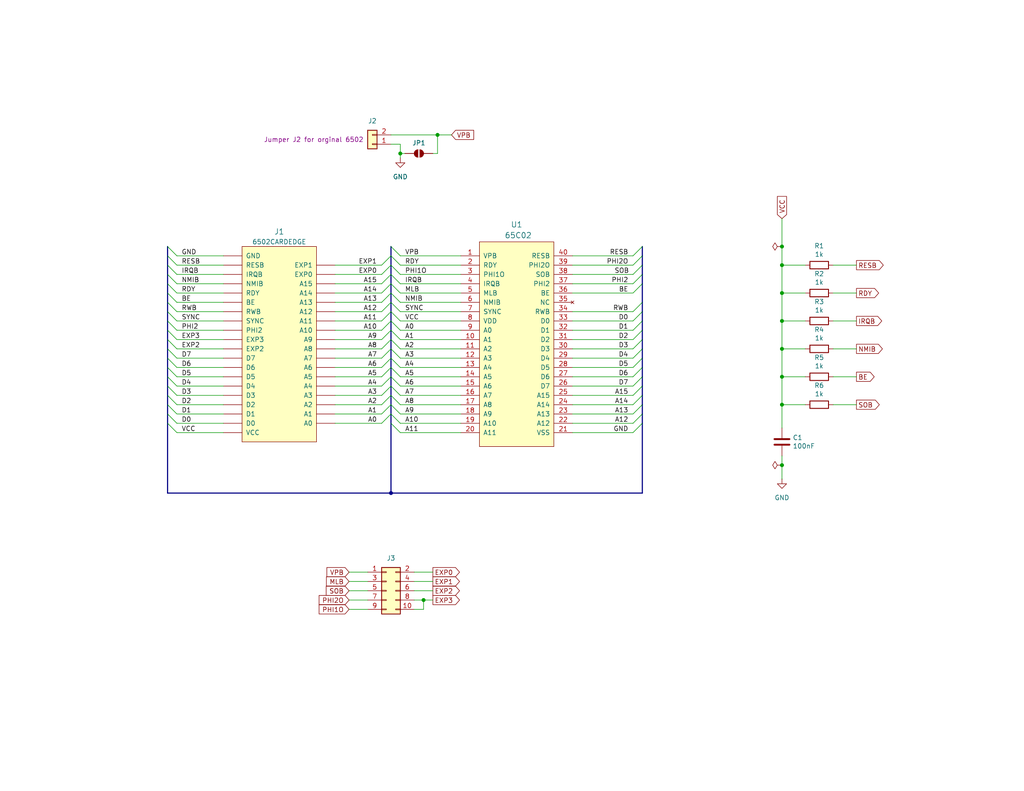
<source format=kicad_sch>
(kicad_sch (version 20231120) (generator "eeschema") (generator_version "8.0")
  (paper "USLetter")
  (title_block (title "6502 CPU Card") (date "2024-03-19") (rev "1.0") (company "A.C. Wright Design"))
  (lib_symbols
    (symbol "6502 Parts:6502CARDEDGE" (pin_names (offset 1.016))
      (property "Reference" "J" (at -1.27 28.194 0))
      (property "Value" "6502CARDEDGE" (at 0 26.67 0))
      (symbol "6502CARDEDGE_1_0"
        (rectangle (start -10.16 25.4) (end 10.16 -27.94) (fill (type background)))
        (pin bidirectional line (at 15.24 -22.86 180) (length 5.08) (name "A0") (number "A0"))
        (pin bidirectional line (at 15.24 -20.32 180) (length 5.08) (name "A1") (number "A1"))
        (pin bidirectional line (at 15.24 2.54 180) (length 5.08) (name "A10") (number "A10"))
        (pin bidirectional line (at 15.24 5.08 180) (length 5.08) (name "A11") (number "A11"))
        (pin bidirectional line (at 15.24 7.62 180) (length 5.08) (name "A12") (number "A12"))
        (pin bidirectional line (at 15.24 10.16 180) (length 5.08) (name "A13") (number "A13"))
        (pin bidirectional line (at 15.24 12.7 180) (length 5.08) (name "A14") (number "A14"))
        (pin bidirectional line (at 15.24 15.24 180) (length 5.08) (name "A15") (number "A15"))
        (pin bidirectional line (at 15.24 -17.78 180) (length 5.08) (name "A2") (number "A2"))
        (pin bidirectional line (at 15.24 -15.24 180) (length 5.08) (name "A3") (number "A3"))
        (pin bidirectional line (at 15.24 -12.7 180) (length 5.08) (name "A4") (number "A4"))
        (pin bidirectional line (at 15.24 -10.16 180) (length 5.08) (name "A5") (number "A5"))
        (pin bidirectional line (at 15.24 -7.62 180) (length 5.08) (name "A6") (number "A6"))
        (pin bidirectional line (at 15.24 -5.08 180) (length 5.08) (name "A7") (number "A7"))
        (pin bidirectional line (at 15.24 -2.54 180) (length 5.08) (name "A8") (number "A8"))
        (pin bidirectional line (at 15.24 0 180) (length 5.08) (name "A9") (number "A9"))
        (pin bidirectional line (at -15.24 10.16 0) (length 5.08) (name "BE") (number "BE"))
        (pin bidirectional line (at -15.24 -22.86 0) (length 5.08) (name "D0") (number "D0"))
        (pin bidirectional line (at -15.24 -20.32 0) (length 5.08) (name "D1") (number "D1"))
        (pin bidirectional line (at -15.24 -17.78 0) (length 5.08) (name "D2") (number "D2"))
        (pin bidirectional line (at -15.24 -15.24 0) (length 5.08) (name "D3") (number "D3"))
        (pin bidirectional line (at -15.24 -12.7 0) (length 5.08) (name "D4") (number "D4"))
        (pin bidirectional line (at -15.24 -10.16 0) (length 5.08) (name "D5") (number "D5"))
        (pin bidirectional line (at -15.24 -7.62 0) (length 5.08) (name "D6") (number "D6"))
        (pin bidirectional line (at -15.24 -5.08 0) (length 5.08) (name "D7") (number "D7"))
        (pin bidirectional line (at 15.24 17.78 180) (length 5.08) (name "EXP0") (number "EXP0"))
        (pin bidirectional line (at 15.24 20.32 180) (length 5.08) (name "EXP1") (number "EXP1"))
        (pin bidirectional line (at -15.24 -2.54 0) (length 5.08) (name "EXP2") (number "EXP2"))
        (pin bidirectional line (at -15.24 0 0) (length 5.08) (name "EXP3") (number "EXP3"))
        (pin power_in line (at -15.24 22.86 0) (length 5.08) (name "GND") (number "GND"))
        (pin power_in line (at -15.24 22.86 0) (length 5.08) hide (name "GND") (number "GND"))
        (pin bidirectional line (at -15.24 17.78 0) (length 5.08) (name "IRQB") (number "IRQB"))
        (pin bidirectional line (at -15.24 15.24 0) (length 5.08) (name "NMIB") (number "NMIB"))
        (pin bidirectional line (at -15.24 2.54 0) (length 5.08) (name "PHI2") (number "PHI2"))
        (pin bidirectional line (at -15.24 12.7 0) (length 5.08) (name "RDY") (number "RDY"))
        (pin bidirectional line (at -15.24 20.32 0) (length 5.08) (name "RESB") (number "RESB"))
        (pin bidirectional line (at -15.24 7.62 0) (length 5.08) (name "RWB") (number "RWB"))
        (pin bidirectional line (at -15.24 5.08 0) (length 5.08) (name "SYNC") (number "SYNC"))
        (pin power_in line (at -15.24 -25.4 0) (length 5.08) (name "VCC") (number "VCC"))
        (pin power_in line (at -15.24 -25.4 0) (length 5.08) hide (name "VCC") (number "VCC"))
      )
    )
    (symbol "6502 Parts:65C02" (pin_names (offset 1.016))
      (property "Reference" "U" (at 26.67 7.62 0))
      (property "Value" "65C02" (at 26.67 5.08 0))
      (symbol "65C02_0_1"
        (rectangle (start 5.08 3.81) (end 25.4 -52.07) (fill (type background)))
      )
      (symbol "65C02_1_0"
        (pin bidirectional line (at 0 0 0) (length 5.08) (name "VPB") (number "1"))
        (pin output line (at 0 -22.86 0) (length 5.08) (name "A1") (number "10"))
        (pin output line (at 0 -25.4 0) (length 5.08) (name "A2") (number "11"))
        (pin output line (at 0 -27.94 0) (length 5.08) (name "A3") (number "12"))
        (pin output line (at 0 -30.48 0) (length 5.08) (name "A4") (number "13"))
        (pin output line (at 0 -33.02 0) (length 5.08) (name "A5") (number "14"))
        (pin output line (at 0 -35.56 0) (length 5.08) (name "A6") (number "15"))
        (pin output line (at 0 -38.1 0) (length 5.08) (name "A7") (number "16"))
        (pin output line (at 0 -40.64 0) (length 5.08) (name "A8") (number "17"))
        (pin output line (at 0 -43.18 0) (length 5.08) (name "A9") (number "18"))
        (pin output line (at 0 -45.72 0) (length 5.08) (name "A10") (number "19"))
        (pin bidirectional line (at 0 -2.54 0) (length 5.08) (name "RDY") (number "2"))
        (pin output line (at 0 -48.26 0) (length 5.08) (name "A11") (number "20"))
        (pin power_in line (at 30.48 -48.26 180) (length 5.08) (name "VSS") (number "21"))
        (pin output line (at 30.48 -45.72 180) (length 5.08) (name "A12") (number "22"))
        (pin output line (at 30.48 -43.18 180) (length 5.08) (name "A13") (number "23"))
        (pin output line (at 30.48 -40.64 180) (length 5.08) (name "A14") (number "24"))
        (pin output line (at 30.48 -38.1 180) (length 5.08) (name "A15") (number "25"))
        (pin output line (at 30.48 -35.56 180) (length 5.08) (name "D7") (number "26"))
        (pin output line (at 30.48 -33.02 180) (length 5.08) (name "D6") (number "27"))
        (pin output line (at 30.48 -30.48 180) (length 5.08) (name "D5") (number "28"))
        (pin output line (at 30.48 -27.94 180) (length 5.08) (name "D4") (number "29"))
        (pin bidirectional line (at 0 -5.08 0) (length 5.08) (name "PHI1O") (number "3"))
        (pin output line (at 30.48 -25.4 180) (length 5.08) (name "D3") (number "30"))
        (pin output line (at 30.48 -22.86 180) (length 5.08) (name "D2") (number "31"))
        (pin output line (at 30.48 -20.32 180) (length 5.08) (name "D1") (number "32"))
        (pin output line (at 30.48 -17.78 180) (length 5.08) (name "D0") (number "33"))
        (pin output line (at 30.48 -15.24 180) (length 5.08) (name "RWB") (number "34"))
        (pin no_connect line (at 30.48 -12.7 180) (length 5.08) (name "NC") (number "35"))
        (pin bidirectional line (at 30.48 -10.16 180) (length 5.08) (name "BE") (number "36"))
        (pin bidirectional line (at 30.48 -7.62 180) (length 5.08) (name "PHI2") (number "37"))
        (pin bidirectional line (at 30.48 -5.08 180) (length 5.08) (name "SOB") (number "38"))
        (pin bidirectional line (at 30.48 -2.54 180) (length 5.08) (name "PHI2O") (number "39"))
        (pin input line (at 0 -7.62 0) (length 5.08) (name "IRQB") (number "4"))
        (pin input line (at 30.48 0 180) (length 5.08) (name "RESB") (number "40"))
        (pin bidirectional line (at 0 -10.16 0) (length 5.08) (name "MLB") (number "5"))
        (pin input line (at 0 -12.7 0) (length 5.08) (name "NMIB") (number "6"))
        (pin output line (at 0 -15.24 0) (length 5.08) (name "SYNC") (number "7"))
        (pin power_in line (at 0 -17.78 0) (length 5.08) (name "VDD") (number "8"))
        (pin output line (at 0 -20.32 0) (length 5.08) (name "A0") (number "9"))
      )
    )
    (symbol "Connector_Generic:Conn_01x02" (pin_names (offset 1.016) hide)
      (property "Reference" "J" (at 0 2.54 0))
      (property "Value" "Conn_01x02" (at 0 -5.08 0))
      (symbol "Conn_01x02_1_1"
        (rectangle (start -1.27 -2.413) (end 0 -2.667) (stroke (width 0.1524)))
        (rectangle (start -1.27 0.127) (end 0 -0.127) (stroke (width 0.1524)))
        (rectangle (start -1.27 1.27) (end 1.27 -3.81) (stroke (width 0.254)) (fill (type background)))
        (pin passive line (at -5.08 0 0) (length 3.81) (name "Pin_1") (number "1"))
        (pin passive line (at -5.08 -2.54 0) (length 3.81) (name "Pin_2") (number "2"))
      )
    )
    (symbol "Connector_Generic:Conn_02x05_Odd_Even" (pin_names (offset 1.016) hide)
      (property "Reference" "J" (at 1.27 7.62 0))
      (property "Value" "Conn_02x05_Odd_Even" (at 1.27 -7.62 0))
      (symbol "Conn_02x05_Odd_Even_1_1"
        (rectangle (start -1.27 -4.953) (end 0 -5.207) (stroke (width 0.1524)))
        (rectangle (start -1.27 -2.413) (end 0 -2.667) (stroke (width 0.1524)))
        (rectangle (start -1.27 0.127) (end 0 -0.127) (stroke (width 0.1524)))
        (rectangle (start -1.27 2.667) (end 0 2.413) (stroke (width 0.1524)))
        (rectangle (start -1.27 5.207) (end 0 4.953) (stroke (width 0.1524)))
        (rectangle (start -1.27 6.35) (end 3.81 -6.35) (stroke (width 0.254)) (fill (type background)))
        (rectangle (start 3.81 -4.953) (end 2.54 -5.207) (stroke (width 0.1524)))
        (rectangle (start 3.81 -2.413) (end 2.54 -2.667) (stroke (width 0.1524)))
        (rectangle (start 3.81 0.127) (end 2.54 -0.127) (stroke (width 0.1524)))
        (rectangle (start 3.81 2.667) (end 2.54 2.413) (stroke (width 0.1524)))
        (rectangle (start 3.81 5.207) (end 2.54 4.953) (stroke (width 0.1524)))
        (pin passive line (at -5.08 5.08 0) (length 3.81) (name "Pin_1") (number "1"))
        (pin passive line (at 7.62 -5.08 180) (length 3.81) (name "Pin_10") (number "10"))
        (pin passive line (at 7.62 5.08 180) (length 3.81) (name "Pin_2") (number "2"))
        (pin passive line (at -5.08 2.54 0) (length 3.81) (name "Pin_3") (number "3"))
        (pin passive line (at 7.62 2.54 180) (length 3.81) (name "Pin_4") (number "4"))
        (pin passive line (at -5.08 0 0) (length 3.81) (name "Pin_5") (number "5"))
        (pin passive line (at 7.62 0 180) (length 3.81) (name "Pin_6") (number "6"))
        (pin passive line (at -5.08 -2.54 0) (length 3.81) (name "Pin_7") (number "7"))
        (pin passive line (at 7.62 -2.54 180) (length 3.81) (name "Pin_8") (number "8"))
        (pin passive line (at -5.08 -5.08 0) (length 3.81) (name "Pin_9") (number "9"))
      )
    )
    (symbol "Device:C" (pin_numbers hide) (pin_names (offset 0.254))
      (property "Reference" "C" (at 0.635 2.54 0))
      (property "Value" "C" (at 0.635 -2.54 0))
      (symbol "C_0_1"
        (polyline (pts (xy -2.032 -0.762) (xy 2.032 -0.762)) (stroke (width 0.508)))
        (polyline (pts (xy -2.032 0.762) (xy 2.032 0.762)) (stroke (width 0.508)))
      )
      (symbol "C_1_1"
        (pin passive line (at 0 3.81 270) (length 2.794) (name "~") (number "1"))
        (pin passive line (at 0 -3.81 90) (length 2.794) (name "~") (number "2"))
      )
    )
    (symbol "Device:R" (pin_numbers hide) (pin_names (offset 0))
      (property "Reference" "R" (at 2.032 0 90))
      (property "Value" "R" (at 0 0 90))
      (symbol "R_0_1"
        (rectangle (start -1.016 -2.54) (end 1.016 2.54) (stroke (width 0.254)))
      )
      (symbol "R_1_1"
        (pin passive line (at 0 3.81 270) (length 1.27) (name "~") (number "1"))
        (pin passive line (at 0 -3.81 90) (length 1.27) (name "~") (number "2"))
      )
    )
    (symbol "Jumper:SolderJumper_2_Open" (pin_numbers hide) (pin_names (offset 0) hide) (exclude_from_sim yes) (in_bom no)
      (property "Reference" "JP" (at 0 2.032 0))
      (property "Value" "SolderJumper_2_Open" (at 0 -2.54 0))
      (symbol "SolderJumper_2_Open_0_1"
        (arc (start -0.254 1.016) (mid -1.2656 0) (end -0.254 -1.016))
        (arc (start -0.254 1.016) (mid -1.2656 0) (end -0.254 -1.016) (fill (type outline)))
        (polyline (pts (xy -0.254 1.016) (xy -0.254 -1.016)))
        (polyline (pts (xy 0.254 1.016) (xy 0.254 -1.016)))
        (arc (start 0.254 -1.016) (mid 1.2656 0) (end 0.254 1.016))
        (arc (start 0.254 -1.016) (mid 1.2656 0) (end 0.254 1.016) (fill (type outline)))
      )
      (symbol "SolderJumper_2_Open_1_1"
        (pin passive line (at -3.81 0 0) (length 2.54) (name "A") (number "1"))
        (pin passive line (at 3.81 0 180) (length 2.54) (name "B") (number "2"))
      )
    )
    (symbol "power:GND" (power) (pin_numbers hide) (pin_names (offset 0) hide)
      (property "Value" "GND" (at 0 -3.81 0))
      (symbol "GND_0_1"
        (polyline (pts (xy 0 0) (xy 0 -1.27) (xy 1.27 -1.27) (xy 0 -2.54) (xy -1.27 -1.27) (xy 0 -1.27)))
      )
      (symbol "GND_1_1"
        (pin power_in line (at 0 0 270) (length 0) (name "~") (number "1"))
      )
    )
    (symbol "power:PWR_FLAG" (power) (pin_numbers hide) (pin_names (offset 0) hide)
      (property "Value" "PWR_FLAG" (at 0 3.81 0))
      (symbol "PWR_FLAG_0_0"
        (pin power_out line (at 0 0 90) (length 0) (name "~") (number "1"))
      )
      (symbol "PWR_FLAG_0_1"
        (polyline (pts (xy 0 0) (xy 0 1.27) (xy -1.016 1.905) (xy 0 2.54) (xy 1.016 1.905) (xy 0 1.27)))
      )
    )
  )
  (junction (at 213.36 87.63))
  (junction (at 213.36 67.31))
  (junction (at 213.36 110.49))
  (junction (at 115.57 163.83))
  (junction (at 119.38 36.83))
  (junction (at 213.36 127))
  (junction (at 213.36 72.39))
  (junction (at 213.36 102.87))
  (junction (at 109.22 41.91))
  (junction (at 213.36 95.25))
  (junction (at 213.36 80.01))
  (junction (at 106.68 134.62))
  (bus_entry (at 106.68 115.57) (size 2.54 2.54))
  (bus_entry (at 106.68 100.33) (size 2.54 2.54))
  (bus_entry (at 45.72 82.55) (size 2.54 2.54))
  (bus_entry (at 106.68 85.09) (size -2.54 2.54))
  (bus_entry (at 175.26 72.39) (size -2.54 2.54))
  (bus_entry (at 175.26 90.17) (size -2.54 2.54))
  (bus_entry (at 45.72 69.85) (size 2.54 2.54))
  (bus_entry (at 106.68 110.49) (size 2.54 2.54))
  (bus_entry (at 175.26 95.25) (size -2.54 2.54))
  (bus_entry (at 106.68 85.09) (size 2.54 2.54))
  (bus_entry (at 106.68 90.17) (size 2.54 2.54))
  (bus_entry (at 106.68 82.55) (size -2.54 2.54))
  (bus_entry (at 106.68 69.85) (size 2.54 2.54))
  (bus_entry (at 45.72 67.31) (size 2.54 2.54))
  (bus_entry (at 45.72 113.03) (size 2.54 2.54))
  (bus_entry (at 175.26 82.55) (size -2.54 2.54))
  (bus_entry (at 175.26 85.09) (size -2.54 2.54))
  (bus_entry (at 106.68 92.71) (size 2.54 2.54))
  (bus_entry (at 106.68 107.95) (size -2.54 2.54))
  (bus_entry (at 45.72 92.71) (size 2.54 2.54))
  (bus_entry (at 175.26 74.93) (size -2.54 2.54))
  (bus_entry (at 175.26 100.33) (size -2.54 2.54))
  (bus_entry (at 106.68 69.85) (size -2.54 2.54))
  (bus_entry (at 175.26 97.79) (size -2.54 2.54))
  (bus_entry (at 45.72 87.63) (size 2.54 2.54))
  (bus_entry (at 45.72 72.39) (size 2.54 2.54))
  (bus_entry (at 45.72 105.41) (size 2.54 2.54))
  (bus_entry (at 106.68 87.63) (size -2.54 2.54))
  (bus_entry (at 45.72 107.95) (size 2.54 2.54))
  (bus_entry (at 106.68 80.01) (size -2.54 2.54))
  (bus_entry (at 106.68 107.95) (size 2.54 2.54))
  (bus_entry (at 106.68 95.25) (size 2.54 2.54))
  (bus_entry (at 175.26 102.87) (size -2.54 2.54))
  (bus_entry (at 106.68 82.55) (size 2.54 2.54))
  (bus_entry (at 175.26 69.85) (size -2.54 2.54))
  (bus_entry (at 45.72 97.79) (size 2.54 2.54))
  (bus_entry (at 45.72 77.47) (size 2.54 2.54))
  (bus_entry (at 175.26 67.31) (size -2.54 2.54))
  (bus_entry (at 175.26 87.63) (size -2.54 2.54))
  (bus_entry (at 45.72 90.17) (size 2.54 2.54))
  (bus_entry (at 106.68 67.31) (size 2.54 2.54))
  (bus_entry (at 106.68 102.87) (size -2.54 2.54))
  (bus_entry (at 106.68 72.39) (size 2.54 2.54))
  (bus_entry (at 106.68 74.93) (size -2.54 2.54))
  (bus_entry (at 175.26 107.95) (size -2.54 2.54))
  (bus_entry (at 175.26 92.71) (size -2.54 2.54))
  (bus_entry (at 106.68 90.17) (size -2.54 2.54))
  (bus_entry (at 45.72 95.25) (size 2.54 2.54))
  (bus_entry (at 175.26 115.57) (size -2.54 2.54))
  (bus_entry (at 45.72 110.49) (size 2.54 2.54))
  (bus_entry (at 106.68 72.39) (size -2.54 2.54))
  (bus_entry (at 175.26 77.47) (size -2.54 2.54))
  (bus_entry (at 45.72 102.87) (size 2.54 2.54))
  (bus_entry (at 106.68 105.41) (size 2.54 2.54))
  (bus_entry (at 106.68 74.93) (size 2.54 2.54))
  (bus_entry (at 175.26 110.49) (size -2.54 2.54))
  (bus_entry (at 175.26 105.41) (size -2.54 2.54))
  (bus_entry (at 106.68 105.41) (size -2.54 2.54))
  (bus_entry (at 106.68 100.33) (size -2.54 2.54))
  (bus_entry (at 106.68 80.01) (size 2.54 2.54))
  (bus_entry (at 175.26 113.03) (size -2.54 2.54))
  (bus_entry (at 106.68 92.71) (size -2.54 2.54))
  (bus_entry (at 45.72 85.09) (size 2.54 2.54))
  (bus_entry (at 45.72 80.01) (size 2.54 2.54))
  (bus_entry (at 106.68 113.03) (size 2.54 2.54))
  (bus_entry (at 106.68 113.03) (size -2.54 2.54))
  (bus_entry (at 106.68 97.79) (size -2.54 2.54))
  (bus_entry (at 106.68 87.63) (size 2.54 2.54))
  (bus_entry (at 106.68 102.87) (size 2.54 2.54))
  (bus_entry (at 106.68 97.79) (size 2.54 2.54))
  (bus_entry (at 106.68 77.47) (size -2.54 2.54))
  (bus_entry (at 45.72 74.93) (size 2.54 2.54))
  (bus_entry (at 45.72 100.33) (size 2.54 2.54))
  (bus_entry (at 45.72 115.57) (size 2.54 2.54))
  (bus_entry (at 106.68 95.25) (size -2.54 2.54))
  (bus_entry (at 106.68 110.49) (size -2.54 2.54))
  (bus_entry (at 106.68 77.47) (size 2.54 2.54))
  (bus (pts (xy 45.72 87.63) (xy 45.72 90.17)))
  (wire (pts (xy 109.22 80.01) (xy 125.73 80.01)))
  (wire (pts (xy 156.21 95.25) (xy 172.72 95.25)))
  (bus (pts (xy 45.72 92.71) (xy 45.72 95.25)))
  (bus (pts (xy 45.72 74.93) (xy 45.72 77.47)))
  (bus (pts (xy 106.68 87.63) (xy 106.68 90.17)))
  (wire (pts (xy 115.57 163.83) (xy 118.11 163.83)))
  (bus (pts (xy 45.72 110.49) (xy 45.72 113.03)))
  (wire (pts (xy 48.26 107.95) (xy 60.96 107.95)))
  (bus (pts (xy 45.72 90.17) (xy 45.72 92.71)))
  (wire (pts (xy 48.26 77.47) (xy 60.96 77.47)))
  (wire (pts (xy 91.44 72.39) (xy 104.14 72.39)))
  (bus (pts (xy 106.68 105.41) (xy 106.68 107.95)))
  (wire (pts (xy 48.26 102.87) (xy 60.96 102.87)))
  (wire (pts (xy 91.44 85.09) (xy 104.14 85.09)))
  (bus (pts (xy 45.72 107.95) (xy 45.72 110.49)))
  (bus (pts (xy 106.68 72.39) (xy 106.68 74.93)))
  (wire (pts (xy 109.22 74.93) (xy 125.73 74.93)))
  (bus (pts (xy 175.26 97.79) (xy 175.26 100.33)))
  (wire (pts (xy 109.22 69.85) (xy 125.73 69.85)))
  (wire (pts (xy 156.21 113.03) (xy 172.72 113.03)))
  (bus (pts (xy 106.68 95.25) (xy 106.68 97.79)))
  (bus (pts (xy 45.72 105.41) (xy 45.72 107.95)))
  (wire (pts (xy 213.36 59.69) (xy 213.36 67.31)))
  (wire (pts (xy 125.73 90.17) (xy 109.22 90.17)))
  (bus (pts (xy 175.26 77.47) (xy 175.26 82.55)))
  (bus (pts (xy 175.26 102.87) (xy 175.26 105.41)))
  (bus (pts (xy 175.26 115.57) (xy 175.26 134.62)))
  (wire (pts (xy 91.44 115.57) (xy 104.14 115.57)))
  (wire (pts (xy 213.36 67.31) (xy 213.36 72.39)))
  (wire (pts (xy 156.21 100.33) (xy 172.72 100.33)))
  (wire (pts (xy 104.14 102.87) (xy 91.44 102.87)))
  (wire (pts (xy 48.26 95.25) (xy 60.96 95.25)))
  (wire (pts (xy 91.44 95.25) (xy 104.14 95.25)))
  (wire (pts (xy 213.36 72.39) (xy 213.36 80.01)))
  (wire (pts (xy 104.14 92.71) (xy 91.44 92.71)))
  (wire (pts (xy 156.21 92.71) (xy 172.72 92.71)))
  (wire (pts (xy 104.14 113.03) (xy 91.44 113.03)))
  (bus (pts (xy 45.72 102.87) (xy 45.72 105.41)))
  (wire (pts (xy 125.73 100.33) (xy 109.22 100.33)))
  (bus (pts (xy 45.72 85.09) (xy 45.72 87.63)))
  (wire (pts (xy 213.36 87.63) (xy 213.36 95.25)))
  (wire (pts (xy 156.21 69.85) (xy 172.72 69.85)))
  (bus (pts (xy 106.68 102.87) (xy 106.68 105.41)))
  (bus (pts (xy 45.72 69.85) (xy 45.72 72.39)))
  (wire (pts (xy 109.22 85.09) (xy 125.73 85.09)))
  (bus (pts (xy 106.68 67.31) (xy 106.68 69.85)))
  (wire (pts (xy 48.26 72.39) (xy 60.96 72.39)))
  (wire (pts (xy 95.25 158.75) (xy 100.33 158.75)))
  (wire (pts (xy 109.22 92.71) (xy 125.73 92.71)))
  (wire (pts (xy 213.36 80.01) (xy 219.71 80.01)))
  (wire (pts (xy 213.36 110.49) (xy 219.71 110.49)))
  (wire (pts (xy 48.26 82.55) (xy 60.96 82.55)))
  (bus (pts (xy 175.26 105.41) (xy 175.26 107.95)))
  (bus (pts (xy 45.72 67.31) (xy 45.72 69.85)))
  (wire (pts (xy 156.21 87.63) (xy 172.72 87.63)))
  (bus (pts (xy 175.26 82.55) (xy 175.26 85.09)))
  (bus (pts (xy 106.68 113.03) (xy 106.68 115.57)))
  (wire (pts (xy 91.44 77.47) (xy 104.14 77.47)))
  (wire (pts (xy 113.03 156.21) (xy 118.11 156.21)))
  (bus (pts (xy 45.72 100.33) (xy 45.72 102.87)))
  (wire (pts (xy 91.44 74.93) (xy 104.14 74.93)))
  (bus (pts (xy 45.72 95.25) (xy 45.72 97.79)))
  (bus (pts (xy 106.68 92.71) (xy 106.68 95.25)))
  (wire (pts (xy 110.49 41.91) (xy 109.22 41.91)))
  (bus (pts (xy 106.68 80.01) (xy 106.68 82.55)))
  (wire (pts (xy 213.36 124.46) (xy 213.36 127)))
  (wire (pts (xy 60.96 69.85) (xy 48.26 69.85)))
  (wire (pts (xy 213.36 110.49) (xy 213.36 116.84)))
  (bus (pts (xy 106.68 110.49) (xy 106.68 113.03)))
  (wire (pts (xy 95.25 161.29) (xy 100.33 161.29)))
  (bus (pts (xy 106.68 100.33) (xy 106.68 102.87)))
  (wire (pts (xy 115.57 166.37) (xy 115.57 163.83)))
  (wire (pts (xy 213.36 102.87) (xy 213.36 110.49)))
  (wire (pts (xy 213.36 102.87) (xy 219.71 102.87)))
  (wire (pts (xy 156.21 72.39) (xy 172.72 72.39)))
  (wire (pts (xy 156.21 74.93) (xy 172.72 74.93)))
  (wire (pts (xy 104.14 107.95) (xy 91.44 107.95)))
  (wire (pts (xy 104.14 97.79) (xy 91.44 97.79)))
  (wire (pts (xy 119.38 36.83) (xy 123.19 36.83)))
  (wire (pts (xy 227.33 80.01) (xy 233.68 80.01)))
  (wire (pts (xy 227.33 95.25) (xy 233.68 95.25)))
  (bus (pts (xy 106.68 77.47) (xy 106.68 80.01)))
  (bus (pts (xy 106.68 69.85) (xy 106.68 72.39)))
  (wire (pts (xy 48.26 118.11) (xy 60.96 118.11)))
  (wire (pts (xy 60.96 90.17) (xy 48.26 90.17)))
  (wire (pts (xy 156.21 77.47) (xy 172.72 77.47)))
  (bus (pts (xy 106.68 107.95) (xy 106.68 110.49)))
  (wire (pts (xy 48.26 92.71) (xy 60.96 92.71)))
  (bus (pts (xy 175.26 107.95) (xy 175.26 110.49)))
  (wire (pts (xy 125.73 95.25) (xy 109.22 95.25)))
  (wire (pts (xy 156.21 115.57) (xy 172.72 115.57)))
  (wire (pts (xy 95.25 166.37) (xy 100.33 166.37)))
  (wire (pts (xy 213.36 80.01) (xy 213.36 87.63)))
  (wire (pts (xy 109.22 102.87) (xy 125.73 102.87)))
  (wire (pts (xy 48.26 115.57) (xy 60.96 115.57)))
  (wire (pts (xy 213.36 127) (xy 213.36 130.81)))
  (wire (pts (xy 213.36 95.25) (xy 219.71 95.25)))
  (bus (pts (xy 175.26 72.39) (xy 175.26 74.93)))
  (bus (pts (xy 175.26 113.03) (xy 175.26 115.57)))
  (bus (pts (xy 45.72 97.79) (xy 45.72 100.33)))
  (bus (pts (xy 175.26 90.17) (xy 175.26 92.71)))
  (bus (pts (xy 106.68 134.62) (xy 175.26 134.62)))
  (wire (pts (xy 60.96 100.33) (xy 48.26 100.33)))
  (wire (pts (xy 109.22 41.91) (xy 109.22 43.18)))
  (bus (pts (xy 106.68 115.57) (xy 106.68 134.62)))
  (wire (pts (xy 91.44 82.55) (xy 104.14 82.55)))
  (wire (pts (xy 125.73 110.49) (xy 109.22 110.49)))
  (wire (pts (xy 213.36 87.63) (xy 219.71 87.63)))
  (wire (pts (xy 109.22 118.11) (xy 125.73 118.11)))
  (wire (pts (xy 104.14 80.01) (xy 91.44 80.01)))
  (wire (pts (xy 48.26 97.79) (xy 60.96 97.79)))
  (bus (pts (xy 175.26 74.93) (xy 175.26 77.47)))
  (bus (pts (xy 175.26 87.63) (xy 175.26 90.17)))
  (bus (pts (xy 175.26 67.31) (xy 175.26 69.85)))
  (wire (pts (xy 125.73 72.39) (xy 109.22 72.39)))
  (bus (pts (xy 106.68 134.62) (xy 45.72 134.62)))
  (wire (pts (xy 113.03 163.83) (xy 115.57 163.83)))
  (wire (pts (xy 91.44 100.33) (xy 104.14 100.33)))
  (bus (pts (xy 175.26 95.25) (xy 175.26 97.79)))
  (wire (pts (xy 48.26 87.63) (xy 60.96 87.63)))
  (wire (pts (xy 156.21 107.95) (xy 172.72 107.95)))
  (wire (pts (xy 119.38 41.91) (xy 118.11 41.91)))
  (wire (pts (xy 156.21 85.09) (xy 172.72 85.09)))
  (bus (pts (xy 45.72 115.57) (xy 45.72 134.62)))
  (wire (pts (xy 113.03 166.37) (xy 115.57 166.37)))
  (wire (pts (xy 109.22 113.03) (xy 125.73 113.03)))
  (wire (pts (xy 60.96 85.09) (xy 48.26 85.09)))
  (wire (pts (xy 109.22 87.63) (xy 125.73 87.63)))
  (wire (pts (xy 95.25 163.83) (xy 100.33 163.83)))
  (wire (pts (xy 156.21 97.79) (xy 172.72 97.79)))
  (bus (pts (xy 175.26 85.09) (xy 175.26 87.63)))
  (wire (pts (xy 60.96 105.41) (xy 48.26 105.41)))
  (wire (pts (xy 213.36 95.25) (xy 213.36 102.87)))
  (wire (pts (xy 213.36 72.39) (xy 219.71 72.39)))
  (bus (pts (xy 45.72 82.55) (xy 45.72 85.09)))
  (wire (pts (xy 227.33 110.49) (xy 233.68 110.49)))
  (wire (pts (xy 109.22 77.47) (xy 125.73 77.47)))
  (wire (pts (xy 106.68 39.37) (xy 109.22 39.37)))
  (wire (pts (xy 60.96 74.93) (xy 48.26 74.93)))
  (wire (pts (xy 109.22 82.55) (xy 125.73 82.55)))
  (bus (pts (xy 45.72 113.03) (xy 45.72 115.57)))
  (bus (pts (xy 106.68 82.55) (xy 106.68 85.09)))
  (wire (pts (xy 156.21 110.49) (xy 172.72 110.49)))
  (wire (pts (xy 227.33 72.39) (xy 233.68 72.39)))
  (wire (pts (xy 106.68 36.83) (xy 119.38 36.83)))
  (wire (pts (xy 91.44 105.41) (xy 104.14 105.41)))
  (bus (pts (xy 45.72 77.47) (xy 45.72 80.01)))
  (bus (pts (xy 106.68 85.09) (xy 106.68 87.63)))
  (wire (pts (xy 227.33 87.63) (xy 233.68 87.63)))
  (wire (pts (xy 109.22 97.79) (xy 125.73 97.79)))
  (wire (pts (xy 156.21 105.41) (xy 172.72 105.41)))
  (wire (pts (xy 109.22 107.95) (xy 125.73 107.95)))
  (bus (pts (xy 175.26 110.49) (xy 175.26 113.03)))
  (bus (pts (xy 106.68 97.79) (xy 106.68 100.33)))
  (wire (pts (xy 156.21 80.01) (xy 172.72 80.01)))
  (wire (pts (xy 156.21 118.11) (xy 172.72 118.11)))
  (wire (pts (xy 60.96 110.49) (xy 48.26 110.49)))
  (wire (pts (xy 125.73 105.41) (xy 109.22 105.41)))
  (wire (pts (xy 104.14 87.63) (xy 91.44 87.63)))
  (wire (pts (xy 156.21 90.17) (xy 172.72 90.17)))
  (bus (pts (xy 106.68 74.93) (xy 106.68 77.47)))
  (wire (pts (xy 60.96 80.01) (xy 48.26 80.01)))
  (wire (pts (xy 119.38 41.91) (xy 119.38 36.83)))
  (bus (pts (xy 106.68 90.17) (xy 106.68 92.71)))
  (bus (pts (xy 175.26 100.33) (xy 175.26 102.87)))
  (wire (pts (xy 95.25 156.21) (xy 100.33 156.21)))
  (wire (pts (xy 113.03 161.29) (xy 118.11 161.29)))
  (bus (pts (xy 45.72 72.39) (xy 45.72 74.93)))
  (bus (pts (xy 45.72 80.01) (xy 45.72 82.55)))
  (wire (pts (xy 156.21 102.87) (xy 172.72 102.87)))
  (wire (pts (xy 109.22 39.37) (xy 109.22 41.91)))
  (wire (pts (xy 227.33 102.87) (xy 233.68 102.87)))
  (wire (pts (xy 125.73 115.57) (xy 109.22 115.57)))
  (wire (pts (xy 91.44 90.17) (xy 104.14 90.17)))
  (wire (pts (xy 91.44 110.49) (xy 104.14 110.49)))
  (bus (pts (xy 175.26 92.71) (xy 175.26 95.25)))
  (wire (pts (xy 113.03 158.75) (xy 118.11 158.75)))
  (wire (pts (xy 48.26 113.03) (xy 60.96 113.03)))
  (bus (pts (xy 175.26 69.85) (xy 175.26 72.39)))
  (label "NMIB" (at 110.49 82.55 0))
  (label "PHI2" (at 49.53 90.17 0))
  (label "A9" (at 102.87 92.71 180))
  (label "RESB" (at 171.45 69.85 180))
  (label "D5" (at 171.45 100.33 180))
  (label "D3" (at 49.53 107.95 0))
  (label "SYNC" (at 49.53 87.63 0))
  (label "PHI2" (at 171.45 77.47 180))
  (label "IRQB" (at 110.49 77.47 0))
  (label "A3" (at 102.87 107.95 180))
  (label "D1" (at 171.45 90.17 180))
  (label "EXP1" (at 102.87 72.39 180))
  (label "A6" (at 102.87 100.33 180))
  (label "IRQB" (at 49.53 74.93 0))
  (label "SOB" (at 167.64 74.93 0))
  (label "A15" (at 171.45 107.95 180))
  (label "A3" (at 110.49 97.79 0))
  (label "A6" (at 110.49 105.41 0))
  (label "PHI2O" (at 171.45 72.39 180))
  (label "A7" (at 110.49 107.95 0))
  (label "RWB" (at 49.53 85.09 0))
  (label "D0" (at 171.45 87.63 180))
  (label "D2" (at 171.45 92.71 180))
  (label "D1" (at 49.53 113.03 0))
  (label "A9" (at 110.49 113.03 0))
  (label "A14" (at 102.87 80.01 180))
  (label "A11" (at 102.87 87.63 180))
  (label "A11" (at 110.49 118.11 0))
  (label "EXP2" (at 49.53 95.25 0))
  (label "A13" (at 171.45 113.03 180))
  (label "A15" (at 102.87 77.47 180))
  (label "EXP3" (at 49.53 92.71 0))
  (label "A8" (at 102.87 95.25 180))
  (label "D4" (at 49.53 105.41 0))
  (label "A7" (at 102.87 97.79 180))
  (label "A0" (at 102.87 115.57 180))
  (label "EXP0" (at 102.87 74.93 180))
  (label "BE" (at 49.53 82.55 0))
  (label "A10" (at 102.87 90.17 180))
  (label "RDY" (at 49.53 80.01 0))
  (label "D6" (at 49.53 100.33 0))
  (label "NMIB" (at 49.53 77.47 0))
  (label "A0" (at 110.49 90.17 0))
  (label "A5" (at 102.87 102.87 180))
  (label "A4" (at 110.49 100.33 0))
  (label "VCC" (at 110.49 87.63 0))
  (label "A13" (at 102.87 82.55 180))
  (label "D2" (at 49.53 110.49 0))
  (label "A8" (at 110.49 110.49 0))
  (label "PHI1O" (at 110.49 74.93 0))
  (label "BE" (at 171.45 80.01 180))
  (label "A1" (at 110.49 92.71 0))
  (label "D7" (at 49.53 97.79 0))
  (label "A1" (at 102.87 113.03 180))
  (label "RESB" (at 49.53 72.39 0))
  (label "D6" (at 171.45 102.87 180))
  (label "RWB" (at 171.45 85.09 180))
  (label "A12" (at 102.87 85.09 180))
  (label "VCC" (at 49.53 118.11 0))
  (label "A5" (at 110.49 102.87 0))
  (label "A10" (at 110.49 115.57 0))
  (label "D4" (at 171.45 97.79 180))
  (label "A4" (at 102.87 105.41 180))
  (label "MLB" (at 110.49 80.01 0))
  (label "GND" (at 171.45 118.11 180))
  (label "D5" (at 49.53 102.87 0))
  (label "GND" (at 49.53 69.85 0))
  (label "D3" (at 171.45 95.25 180))
  (label "A14" (at 171.45 110.49 180))
  (label "D7" (at 171.45 105.41 180))
  (label "A2" (at 110.49 95.25 0))
  (label "SYNC" (at 110.49 85.09 0))
  (label "A12" (at 171.45 115.57 180))
  (label "VPB" (at 110.49 69.85 0))
  (label "RDY" (at 110.49 72.39 0))
  (label "A2" (at 102.87 110.49 180))
  (label "D0" (at 49.53 115.57 0))
  (global_label "NMIB" (shape output) (at 233.68 95.25 0) (property "Intersheetrefs" "${INTERSHEET_REFS}" (effects (hide yes))))
  (global_label "SOB" (shape output) (at 233.68 110.49 0) (property "Intersheetrefs" "${INTERSHEET_REFS}" (effects (hide yes))))
  (global_label "MLB" (shape input) (at 95.25 158.75 180) (property "Intersheetrefs" "${INTERSHEET_REFS}" (effects (hide yes))))
  (global_label "PHI2O" (shape input) (at 95.25 163.83 180) (property "Intersheetrefs" "${INTERSHEET_REFS}" (effects (hide yes))))
  (global_label "EXP1" (shape output) (at 118.11 158.75 0) (property "Intersheetrefs" "${INTERSHEET_REFS}" (effects (hide yes))))
  (global_label "BE" (shape output) (at 233.68 102.87 0) (property "Intersheetrefs" "${INTERSHEET_REFS}" (effects (hide yes))))
  (global_label "RDY" (shape output) (at 233.68 80.01 0) (property "Intersheetrefs" "${INTERSHEET_REFS}" (effects (hide yes))))
  (global_label "RESB" (shape output) (at 233.68 72.39 0) (property "Intersheetrefs" "${INTERSHEET_REFS}" (effects (hide yes))))
  (global_label "VPB" (shape input) (at 95.25 156.21 180) (property "Intersheetrefs" "${INTERSHEET_REFS}" (effects (hide yes))))
  (global_label "PHI1O" (shape input) (at 95.25 166.37 180) (property "Intersheetrefs" "${INTERSHEET_REFS}" (effects (hide yes))))
  (global_label "VPB" (shape input) (at 123.19 36.83 0) (property "Intersheetrefs" "${INTERSHEET_REFS}" (effects (hide yes))))
  (global_label "EXP3" (shape output) (at 118.11 163.83 0) (property "Intersheetrefs" "${INTERSHEET_REFS}" (effects (hide yes))))
  (global_label "EXP2" (shape output) (at 118.11 161.29 0) (property "Intersheetrefs" "${INTERSHEET_REFS}" (effects (hide yes))))
  (global_label "IRQB" (shape output) (at 233.68 87.63 0) (property "Intersheetrefs" "${INTERSHEET_REFS}" (effects (hide yes))))
  (global_label "VCC" (shape input) (at 213.36 59.69 90) (property "Intersheetrefs" "${INTERSHEET_REFS}" (effects (hide yes))))
  (global_label "SOB" (shape input) (at 95.25 161.29 180) (property "Intersheetrefs" "${INTERSHEET_REFS}" (effects (hide yes))))
  (global_label "EXP0" (shape output) (at 118.11 156.21 0) (property "Intersheetrefs" "${INTERSHEET_REFS}" (effects (hide yes))))
  (symbol (lib_id "6502 Parts:6502CARDEDGE") (at 76.2 92.71 0) (unit 1) (in_bom no)
    (property "Reference" "J1" (at 76.2 63.246 0) (effects (font (size 1.4986 1.4986))))
    (property "Value" "6502CARDEDGE" (at 76.2 66.04 0))
    (property "Footprint" "6502 Parts:6502CARDEDGE" (effects (hide yes)))
  )
  (symbol (lib_id "6502 Parts:65C02") (at 125.73 69.85 0) (unit 1) (in_bom no)
    (property "Reference" "U1" (at 140.97 61.3156 0) (effects (font (size 1.4986 1.4986))))
    (property "Value" "65C02" (at 137.668 64.262 0) (effects (font (size 1.4986 1.4986)) (justify left)))
    (property "Footprint" "Package_DIP:DIP-40_W15.24mm_Socket_LongPads" (effects (hide yes)))
  )
  (symbol (lib_id "Device:R") (at 223.52 72.39 270) (unit 1)
    (property "Reference" "R1" (at 223.52 67.1322 90))
    (property "Value" "1k" (at 223.52 69.4436 90))
    (property "Footprint" "Resistor_SMD:R_0805_2012Metric" (effects (hide yes)))
    (property "Description" "Resistor" (effects (hide yes)))
    (property "LCSC" "C17513" (effects (hide yes)))
  )
  (symbol (lib_id "Device:R") (at 223.52 80.01 270) (unit 1)
    (property "Reference" "R2" (at 223.52 74.7522 90))
    (property "Value" "1k" (at 223.52 77.0636 90))
    (property "Footprint" "Resistor_SMD:R_0805_2012Metric" (effects (hide yes)))
    (property "Description" "Resistor" (effects (hide yes)))
    (property "LCSC" "C17513" (effects (hide yes)))
  )
  (symbol (lib_id "Device:R") (at 223.52 87.63 270) (unit 1)
    (property "Reference" "R3" (at 223.52 82.3722 90))
    (property "Value" "1k" (at 223.52 84.6836 90))
    (property "Footprint" "Resistor_SMD:R_0805_2012Metric" (effects (hide yes)))
    (property "Description" "Resistor" (effects (hide yes)))
    (property "LCSC" "C17513" (effects (hide yes)))
  )
  (symbol (lib_id "Device:R") (at 223.52 95.25 270) (unit 1)
    (property "Reference" "R4" (at 223.52 89.9922 90))
    (property "Value" "1k" (at 223.52 92.3036 90))
    (property "Footprint" "Resistor_SMD:R_0805_2012Metric" (effects (hide yes)))
    (property "Description" "Resistor" (effects (hide yes)))
    (property "LCSC" "C17513" (effects (hide yes)))
  )
  (symbol (lib_id "Device:R") (at 223.52 102.87 270) (unit 1)
    (property "Reference" "R5" (at 223.52 97.6122 90))
    (property "Value" "1k" (at 223.52 99.9236 90))
    (property "Footprint" "Resistor_SMD:R_0805_2012Metric" (effects (hide yes)))
    (property "Description" "Resistor" (effects (hide yes)))
    (property "LCSC" "C17513" (effects (hide yes)))
  )
  (symbol (lib_id "Device:C") (at 213.36 120.65 0) (unit 1)
    (property "Reference" "C1" (at 216.281 119.4816 0) (effects (justify left)))
    (property "Value" "100nF" (at 216.281 121.793 0) (effects (justify left)))
    (property "Footprint" "Capacitor_SMD:C_0805_2012Metric" (effects (hide yes)))
    (property "Description" "Unpolarized capacitor" (effects (hide yes)))
    (property "LCSC" "C49678" (effects (hide yes)))
  )
  (symbol (lib_id "power:GND") (at 213.36 130.81 0) (unit 1)
    (property "Reference" "#PWR02" (effects (hide yes)))
    (property "Value" "GND" (at 213.36 135.89 0))
    (property "Description" "Power symbol creates a global label with name \"GND\" , ground" (effects (hide yes)))
  )
  (symbol (lib_id "Jumper:SolderJumper_2_Open") (at 114.3 41.91 0) (unit 1) (in_bom no)
    (property "Reference" "JP1" (at 114.3 39.0398 0))
    (property "Value" "SolderJumper_2_Open" (effects (hide yes)))
    (property "Footprint" "Jumper:SolderJumper-2_P1.3mm_Open_RoundedPad1.0x1.5mm" (effects (hide yes)))
    (property "Description" "Solder Jumper, 2-pole, open" (effects (hide yes)))
  )
  (symbol (lib_id "Connector_Generic:Conn_02x05_Odd_Even") (at 105.41 161.29 0) (unit 1) (in_bom no)
    (property "Reference" "J3" (at 106.68 152.4 0))
    (property "Value" "Conn_02x05_Odd_Even" (effects (hide yes)))
    (property "Footprint" "Connector_PinHeader_2.54mm:PinHeader_2x05_P2.54mm_Vertical" (effects (hide yes)))
    (property "Description" "Generic connector, double row, 02x05, odd/even pin numbering scheme (row 1 odd numbers, row 2 even numbers), script generated (kicad-library-utils/schlib/autogen/connector/)" (effects (hide yes)))
  )
  (symbol (lib_id "power:PWR_FLAG") (at 213.36 127 90) (unit 1)
    (property "Reference" "#FLG02" (effects (hide yes)))
    (property "Value" "PWR_FLAG" (effects (hide yes)))
    (property "Description" "Special symbol for telling ERC where power comes from" (effects (hide yes)))
  )
  (symbol (lib_id "Device:R") (at 223.52 110.49 270) (unit 1)
    (property "Reference" "R6" (at 223.52 105.2322 90))
    (property "Value" "1k" (at 223.52 107.5436 90))
    (property "Footprint" "Resistor_SMD:R_0805_2012Metric" (effects (hide yes)))
    (property "Description" "Resistor" (effects (hide yes)))
    (property "LCSC" "C17513" (effects (hide yes)))
  )
  (symbol (lib_id "power:PWR_FLAG") (at 213.36 67.31 90) (unit 1)
    (property "Reference" "#FLG01" (effects (hide yes)))
    (property "Value" "PWR_FLAG" (effects (hide yes)))
    (property "Description" "Special symbol for telling ERC where power comes from" (effects (hide yes)))
  )
  (symbol (lib_id "power:GND") (at 109.22 43.18 0) (unit 1)
    (property "Reference" "#PWR01" (effects (hide yes)))
    (property "Value" "GND" (at 109.22 48.26 0))
    (property "Description" "Power symbol creates a global label with name \"GND\" , ground" (effects (hide yes)))
  )
  (symbol (lib_id "Connector_Generic:Conn_01x02") (at 101.6 39.37 180) (unit 1) (in_bom no)
    (property "Reference" "J2" (at 101.6 33.02 0))
    (property "Value" "Conn_01x02" (effects (hide yes)))
    (property "Footprint" "Connector_PinHeader_2.54mm:PinHeader_1x02_P2.54mm_Vertical" (effects (hide yes)))
    (property "Description" "Generic connector, single row, 01x02, script generated (kicad-library-utils/schlib/autogen/connector/)" (effects (hide yes)))
    (property "Note" "Jumper J2 for orginal 6502" (at 85.598 38.1 0))
  )
)
</source>
